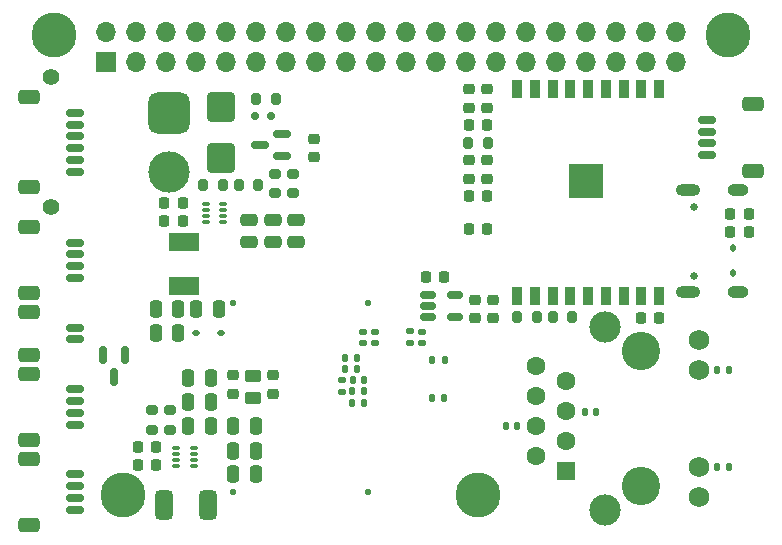
<source format=gbs>
G04 #@! TF.GenerationSoftware,KiCad,Pcbnew,8.0.7*
G04 #@! TF.CreationDate,2025-12-07T18:06:09-08:00*
G04 #@! TF.ProjectId,Pivot_Base,5069766f-745f-4426-9173-652e6b696361,rev?*
G04 #@! TF.SameCoordinates,Original*
G04 #@! TF.FileFunction,Soldermask,Bot*
G04 #@! TF.FilePolarity,Negative*
%FSLAX46Y46*%
G04 Gerber Fmt 4.6, Leading zero omitted, Abs format (unit mm)*
G04 Created by KiCad (PCBNEW 8.0.7) date 2025-12-07 18:06:09*
%MOMM*%
%LPD*%
G01*
G04 APERTURE LIST*
G04 Aperture macros list*
%AMRoundRect*
0 Rectangle with rounded corners*
0 $1 Rounding radius*
0 $2 $3 $4 $5 $6 $7 $8 $9 X,Y pos of 4 corners*
0 Add a 4 corners polygon primitive as box body*
4,1,4,$2,$3,$4,$5,$6,$7,$8,$9,$2,$3,0*
0 Add four circle primitives for the rounded corners*
1,1,$1+$1,$2,$3*
1,1,$1+$1,$4,$5*
1,1,$1+$1,$6,$7*
1,1,$1+$1,$8,$9*
0 Add four rect primitives between the rounded corners*
20,1,$1+$1,$2,$3,$4,$5,0*
20,1,$1+$1,$4,$5,$6,$7,0*
20,1,$1+$1,$6,$7,$8,$9,0*
20,1,$1+$1,$8,$9,$2,$3,0*%
G04 Aperture macros list end*
%ADD10RoundRect,0.150000X0.587500X0.150000X-0.587500X0.150000X-0.587500X-0.150000X0.587500X-0.150000X0*%
%ADD11C,3.800000*%
%ADD12C,2.649000*%
%ADD13C,1.734000*%
%ADD14C,1.602000*%
%ADD15RoundRect,0.102000X-0.699000X0.699000X-0.699000X-0.699000X0.699000X-0.699000X0.699000X0.699000X0*%
%ADD16C,3.250000*%
%ADD17O,1.800000X1.000000*%
%ADD18O,2.100000X1.000000*%
%ADD19C,0.650000*%
%ADD20R,1.700000X1.700000*%
%ADD21O,1.700000X1.700000*%
%ADD22C,3.500000*%
%ADD23RoundRect,0.770000X0.980000X-0.980000X0.980000X0.980000X-0.980000X0.980000X-0.980000X-0.980000X0*%
%ADD24C,1.400000*%
%ADD25RoundRect,0.250000X0.250000X0.475000X-0.250000X0.475000X-0.250000X-0.475000X0.250000X-0.475000X0*%
%ADD26RoundRect,0.135000X-0.185000X0.135000X-0.185000X-0.135000X0.185000X-0.135000X0.185000X0.135000X0*%
%ADD27RoundRect,0.135000X0.135000X0.185000X-0.135000X0.185000X-0.135000X-0.185000X0.135000X-0.185000X0*%
%ADD28RoundRect,0.225000X0.225000X0.250000X-0.225000X0.250000X-0.225000X-0.250000X0.225000X-0.250000X0*%
%ADD29RoundRect,0.150000X-0.625000X0.150000X-0.625000X-0.150000X0.625000X-0.150000X0.625000X0.150000X0*%
%ADD30RoundRect,0.250000X-0.650000X0.350000X-0.650000X-0.350000X0.650000X-0.350000X0.650000X0.350000X0*%
%ADD31RoundRect,0.200000X-0.200000X-0.275000X0.200000X-0.275000X0.200000X0.275000X-0.200000X0.275000X0*%
%ADD32RoundRect,0.250000X0.450000X-0.262500X0.450000X0.262500X-0.450000X0.262500X-0.450000X-0.262500X0*%
%ADD33RoundRect,0.200000X-0.275000X0.200000X-0.275000X-0.200000X0.275000X-0.200000X0.275000X0.200000X0*%
%ADD34RoundRect,0.150000X0.625000X-0.150000X0.625000X0.150000X-0.625000X0.150000X-0.625000X-0.150000X0*%
%ADD35RoundRect,0.250000X0.650000X-0.350000X0.650000X0.350000X-0.650000X0.350000X-0.650000X-0.350000X0*%
%ADD36RoundRect,0.140000X-0.170000X0.140000X-0.170000X-0.140000X0.170000X-0.140000X0.170000X0.140000X0*%
%ADD37RoundRect,0.050000X0.285000X0.100000X-0.285000X0.100000X-0.285000X-0.100000X0.285000X-0.100000X0*%
%ADD38RoundRect,0.112500X0.187500X0.112500X-0.187500X0.112500X-0.187500X-0.112500X0.187500X-0.112500X0*%
%ADD39RoundRect,0.140000X-0.140000X-0.170000X0.140000X-0.170000X0.140000X0.170000X-0.140000X0.170000X0*%
%ADD40RoundRect,0.250000X-0.475000X0.250000X-0.475000X-0.250000X0.475000X-0.250000X0.475000X0.250000X0*%
%ADD41RoundRect,0.225000X0.250000X-0.225000X0.250000X0.225000X-0.250000X0.225000X-0.250000X-0.225000X0*%
%ADD42RoundRect,0.112500X0.112500X-0.187500X0.112500X0.187500X-0.112500X0.187500X-0.112500X-0.187500X0*%
%ADD43RoundRect,0.225000X-0.225000X-0.250000X0.225000X-0.250000X0.225000X0.250000X-0.225000X0.250000X0*%
%ADD44RoundRect,0.140000X0.140000X0.170000X-0.140000X0.170000X-0.140000X-0.170000X0.140000X-0.170000X0*%
%ADD45RoundRect,0.150000X-0.512500X-0.150000X0.512500X-0.150000X0.512500X0.150000X-0.512500X0.150000X0*%
%ADD46RoundRect,0.225000X-0.250000X0.225000X-0.250000X-0.225000X0.250000X-0.225000X0.250000X0.225000X0*%
%ADD47RoundRect,0.200000X0.275000X-0.200000X0.275000X0.200000X-0.275000X0.200000X-0.275000X-0.200000X0*%
%ADD48RoundRect,0.135000X-0.135000X-0.185000X0.135000X-0.185000X0.135000X0.185000X-0.135000X0.185000X0*%
%ADD49RoundRect,0.150000X-0.150000X-0.200000X0.150000X-0.200000X0.150000X0.200000X-0.150000X0.200000X0*%
%ADD50C,0.600000*%
%ADD51R,2.900000X2.900000*%
%ADD52R,0.900000X1.500000*%
%ADD53RoundRect,0.200000X0.200000X0.275000X-0.200000X0.275000X-0.200000X-0.275000X0.200000X-0.275000X0*%
%ADD54RoundRect,0.250000X-0.900000X1.000000X-0.900000X-1.000000X0.900000X-1.000000X0.900000X1.000000X0*%
%ADD55RoundRect,0.250000X-0.250000X-0.475000X0.250000X-0.475000X0.250000X0.475000X-0.250000X0.475000X0*%
%ADD56RoundRect,0.150000X-0.150000X0.587500X-0.150000X-0.587500X0.150000X-0.587500X0.150000X0.587500X0*%
%ADD57R,2.500000X1.500000*%
%ADD58RoundRect,0.375000X-0.375000X-0.875000X0.375000X-0.875000X0.375000X0.875000X-0.375000X0.875000X0*%
%ADD59C,0.550000*%
G04 APERTURE END LIST*
D10*
X169900000Y-111850000D03*
X171775000Y-110900000D03*
X171775000Y-112800000D03*
D11*
X209500000Y-102500000D03*
D12*
X199090000Y-127255000D03*
X199090000Y-142745000D03*
D13*
X207040000Y-128375000D03*
X207040000Y-130915000D03*
X207040000Y-139085000D03*
X207040000Y-141625000D03*
D14*
X193250000Y-130560000D03*
X195790000Y-131830000D03*
X193250000Y-133100000D03*
X195790000Y-134370000D03*
X193250000Y-135640000D03*
X195790000Y-136910000D03*
X193250000Y-138180000D03*
D15*
X195790000Y-139450000D03*
D16*
X202140000Y-140715000D03*
X202140000Y-129285000D03*
D17*
X210375000Y-115680000D03*
D18*
X206175000Y-115680000D03*
D17*
X210375000Y-124320000D03*
D18*
X206175000Y-124320000D03*
D19*
X206695000Y-117110000D03*
X206695000Y-122890000D03*
D20*
X156870000Y-104770000D03*
D21*
X156870000Y-102230000D03*
X159410000Y-104770000D03*
X159410000Y-102230000D03*
X161950000Y-104770000D03*
X161950000Y-102230000D03*
X164490000Y-104770000D03*
X164490000Y-102230000D03*
X167030000Y-104770000D03*
X167030000Y-102230000D03*
X169570000Y-104770000D03*
X169570000Y-102230000D03*
X172110000Y-104770000D03*
X172110000Y-102230000D03*
X174650000Y-104770000D03*
X174650000Y-102230000D03*
X177190000Y-104770000D03*
X177190000Y-102230000D03*
X179730000Y-104770000D03*
X179730000Y-102230000D03*
X182270000Y-104770000D03*
X182270000Y-102230000D03*
X184810000Y-104770000D03*
X184810000Y-102230000D03*
X187350000Y-104770000D03*
X187350000Y-102230000D03*
X189890000Y-104770000D03*
X189890000Y-102230000D03*
X192430000Y-104770000D03*
X192430000Y-102230000D03*
X194970000Y-104770000D03*
X194970000Y-102230000D03*
X197510000Y-104770000D03*
X197510000Y-102230000D03*
X200050000Y-104770000D03*
X200050000Y-102230000D03*
X202590000Y-104770000D03*
X202590000Y-102230000D03*
X205130000Y-104770000D03*
X205130000Y-102230000D03*
D11*
X152500000Y-102500000D03*
D22*
X162200000Y-114100000D03*
D23*
X162200000Y-109100000D03*
D24*
X152200000Y-106100000D03*
X152200000Y-117100000D03*
D25*
X169550000Y-139700000D03*
X167650000Y-139700000D03*
D26*
X176825000Y-131740000D03*
X176825000Y-132760000D03*
D27*
X209630000Y-139090000D03*
X208610000Y-139090000D03*
D28*
X189125000Y-110150000D03*
X187575000Y-110150000D03*
D29*
X207750000Y-109700000D03*
X207750000Y-110700000D03*
X207750000Y-111700000D03*
X207750000Y-112700000D03*
D30*
X211625000Y-108400000D03*
X211625000Y-114000000D03*
D31*
X168125000Y-115250000D03*
X169775000Y-115250000D03*
D26*
X182650000Y-127600000D03*
X182650000Y-128620000D03*
D32*
X169300000Y-133212500D03*
X169300000Y-131387500D03*
D28*
X161100000Y-138900000D03*
X159550000Y-138900000D03*
D33*
X171200000Y-114275000D03*
X171200000Y-115925000D03*
D34*
X154250000Y-123100000D03*
X154250000Y-122100000D03*
X154250000Y-121100000D03*
X154250000Y-120100000D03*
D35*
X150375000Y-124400000D03*
X150375000Y-118800000D03*
D36*
X183600000Y-127645000D03*
X183600000Y-128605000D03*
D31*
X165125000Y-115250000D03*
X166775000Y-115250000D03*
D37*
X166800000Y-116850000D03*
X166800000Y-117350000D03*
X166800000Y-117850000D03*
X166800000Y-118350000D03*
X165320000Y-118350000D03*
X165320000Y-117850000D03*
X165320000Y-117350000D03*
X165320000Y-116850000D03*
D38*
X166600000Y-127750000D03*
X164500000Y-127750000D03*
D39*
X177779000Y-131750000D03*
X178739000Y-131750000D03*
D40*
X169000000Y-118150000D03*
X169000000Y-120050000D03*
D41*
X171000000Y-132875000D03*
X171000000Y-131325000D03*
D36*
X178667500Y-127625000D03*
X178667500Y-128585000D03*
D31*
X194700000Y-126400000D03*
X196350000Y-126400000D03*
D42*
X210000000Y-122650000D03*
X210000000Y-120550000D03*
D43*
X187575000Y-118975000D03*
X189125000Y-118975000D03*
D27*
X185535000Y-130075000D03*
X184515000Y-130075000D03*
D34*
X154250000Y-142700000D03*
X154250000Y-141700000D03*
X154250000Y-140700000D03*
X154250000Y-139700000D03*
D35*
X150375000Y-144000000D03*
X150375000Y-138400000D03*
D44*
X185467500Y-133275000D03*
X184507500Y-133275000D03*
D45*
X184175000Y-126425000D03*
X184175000Y-125475000D03*
X184175000Y-124525000D03*
X186450000Y-124525000D03*
X186450000Y-126425000D03*
D44*
X191670000Y-135640000D03*
X190710000Y-135640000D03*
D37*
X164300000Y-137500000D03*
X164300000Y-138000000D03*
X164300000Y-138500000D03*
X164300000Y-139000000D03*
X162820000Y-139000000D03*
X162820000Y-138500000D03*
X162820000Y-138000000D03*
X162820000Y-137500000D03*
D46*
X187600000Y-107125000D03*
X187600000Y-108675000D03*
D39*
X197420000Y-134400000D03*
X198380000Y-134400000D03*
D47*
X162300000Y-135925000D03*
X162300000Y-134275000D03*
D28*
X203700000Y-126475000D03*
X202150000Y-126475000D03*
D27*
X178749000Y-132700000D03*
X177729000Y-132700000D03*
D25*
X163000000Y-125750000D03*
X161100000Y-125750000D03*
D46*
X174500000Y-111325000D03*
X174500000Y-112875000D03*
D48*
X177129000Y-130795000D03*
X178149000Y-130795000D03*
D46*
X189100000Y-113125000D03*
X189100000Y-114675000D03*
D49*
X170875000Y-109400000D03*
X169475000Y-109400000D03*
D46*
X167600000Y-131325000D03*
X167600000Y-132875000D03*
D50*
X198050000Y-113800000D03*
X196950000Y-113800000D03*
X198600000Y-114350000D03*
X197500000Y-114350000D03*
X196400000Y-114350000D03*
X198050000Y-114900000D03*
D51*
X197500000Y-114900000D03*
D50*
X196950000Y-114900000D03*
X198600000Y-115450000D03*
X197500000Y-115450000D03*
X196400000Y-115450000D03*
X198050000Y-116000000D03*
X196950000Y-116000000D03*
D52*
X203700000Y-107110000D03*
X202200000Y-107110000D03*
X200700000Y-107110000D03*
X199200000Y-107110000D03*
X197700000Y-107110000D03*
X196200000Y-107110000D03*
X194700000Y-107110000D03*
X193200000Y-107110000D03*
X191700000Y-107110000D03*
X191700000Y-124610000D03*
X193200000Y-124610000D03*
X194700000Y-124610000D03*
X196200000Y-124610000D03*
X197700000Y-124610000D03*
X199200000Y-124610000D03*
X200700000Y-124610000D03*
X202200000Y-124610000D03*
X203700000Y-124610000D03*
D43*
X209725000Y-117700000D03*
X211275000Y-117700000D03*
D33*
X160800000Y-134275000D03*
X160800000Y-135925000D03*
D28*
X163375000Y-118250000D03*
X161825000Y-118250000D03*
D53*
X193350000Y-126400000D03*
X191700000Y-126400000D03*
D54*
X166600000Y-108650000D03*
X166600000Y-112950000D03*
D28*
X189125000Y-116125000D03*
X187575000Y-116125000D03*
D40*
X171000000Y-118150000D03*
X171000000Y-120050000D03*
D55*
X164500000Y-125750000D03*
X166400000Y-125750000D03*
D43*
X209725000Y-119200000D03*
X211275000Y-119200000D03*
D34*
X154250000Y-128300000D03*
X154250000Y-127300000D03*
D35*
X150375000Y-129600000D03*
X150375000Y-126000000D03*
D25*
X163000000Y-127750000D03*
X161100000Y-127750000D03*
D28*
X161100000Y-137400000D03*
X159550000Y-137400000D03*
D34*
X154250000Y-114100000D03*
X154250000Y-113100000D03*
X154250000Y-112100000D03*
X154250000Y-111100000D03*
X154250000Y-110100000D03*
X154250000Y-109100000D03*
D35*
X150375000Y-115400000D03*
X150375000Y-107800000D03*
D25*
X165750000Y-133600000D03*
X163850000Y-133600000D03*
X169550000Y-135600000D03*
X167650000Y-135600000D03*
D56*
X156587500Y-129600000D03*
X158487500Y-129600000D03*
X157537500Y-131475000D03*
D41*
X189650000Y-126500000D03*
X189650000Y-124950000D03*
X187600000Y-114675000D03*
X187600000Y-113125000D03*
D27*
X209630000Y-130920000D03*
X208610000Y-130920000D03*
D53*
X189175000Y-111650000D03*
X187525000Y-111650000D03*
D47*
X172700000Y-115925000D03*
X172700000Y-114275000D03*
D36*
X179617500Y-127625000D03*
X179617500Y-128585000D03*
D48*
X177129293Y-129854293D03*
X178149293Y-129854293D03*
D41*
X188150000Y-126500000D03*
X188150000Y-124950000D03*
D57*
X163450000Y-120050000D03*
X163450000Y-123750000D03*
D27*
X178750000Y-133650000D03*
X177730000Y-133650000D03*
D40*
X173000000Y-118150000D03*
X173000000Y-120050000D03*
D34*
X154250000Y-135500000D03*
X154250000Y-134500000D03*
X154250000Y-133500000D03*
X154250000Y-132500000D03*
D35*
X150375000Y-136800000D03*
X150375000Y-131200000D03*
D53*
X171225000Y-107925000D03*
X169575000Y-107925000D03*
D58*
X161800000Y-142300000D03*
X165500000Y-142300000D03*
D28*
X163375000Y-116750000D03*
X161825000Y-116750000D03*
D25*
X169550000Y-137700000D03*
X167650000Y-137700000D03*
D43*
X183975000Y-123000000D03*
X185525000Y-123000000D03*
D41*
X189100000Y-108675000D03*
X189100000Y-107125000D03*
D25*
X165750000Y-131600000D03*
X163850000Y-131600000D03*
X165750000Y-135600000D03*
X163850000Y-135600000D03*
D59*
X167650000Y-125250000D03*
X167650000Y-141250000D03*
X179050000Y-125250000D03*
X179050000Y-141250000D03*
D11*
X158350000Y-141500000D03*
X188350000Y-141500000D03*
M02*

</source>
